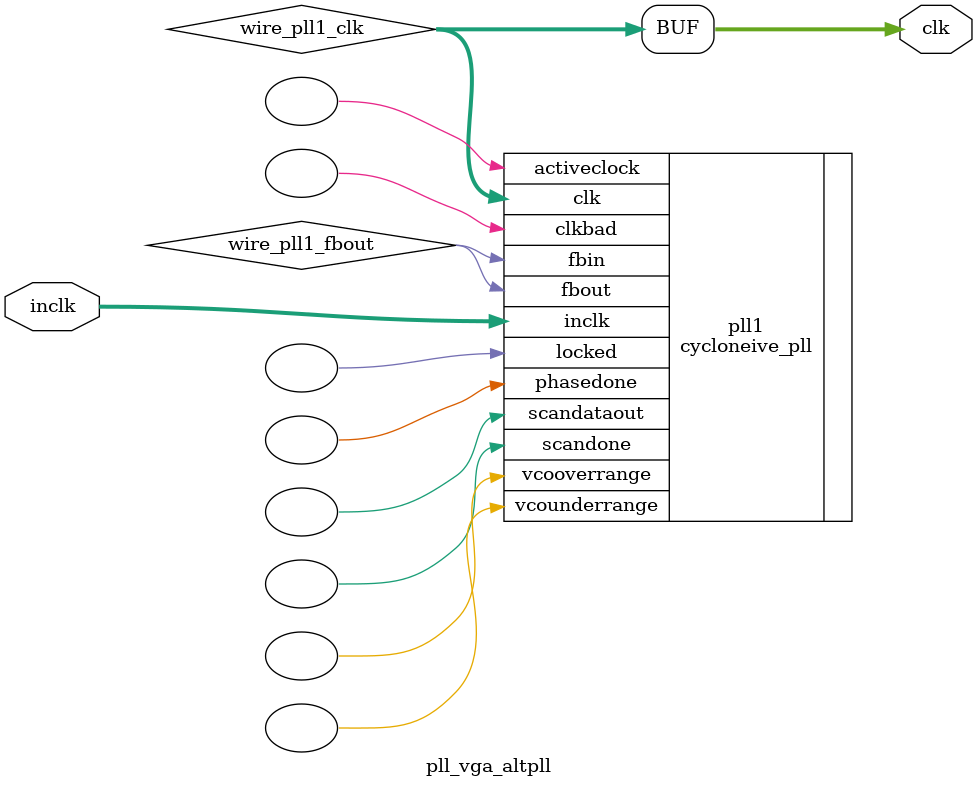
<source format=v>






//synthesis_resources = cycloneive_pll 1 
//synopsys translate_off
`timescale 1 ps / 1 ps
//synopsys translate_on
module  pll_vga_altpll
	( 
	clk,
	inclk) /* synthesis synthesis_clearbox=1 */;
	output   [4:0]  clk;
	input   [1:0]  inclk;
`ifndef ALTERA_RESERVED_QIS
// synopsys translate_off
`endif
	tri0   [1:0]  inclk;
`ifndef ALTERA_RESERVED_QIS
// synopsys translate_on
`endif

	wire  [4:0]   wire_pll1_clk;
	wire  wire_pll1_fbout;

	cycloneive_pll   pll1
	( 
	.activeclock(),
	.clk(wire_pll1_clk),
	.clkbad(),
	.fbin(wire_pll1_fbout),
	.fbout(wire_pll1_fbout),
	.inclk(inclk),
	.locked(),
	.phasedone(),
	.scandataout(),
	.scandone(),
	.vcooverrange(),
	.vcounderrange()
	`ifndef FORMAL_VERIFICATION
	// synopsys translate_off
	`endif
	,
	.areset(1'b0),
	.clkswitch(1'b0),
	.configupdate(1'b0),
	.pfdena(1'b1),
	.phasecounterselect({3{1'b0}}),
	.phasestep(1'b0),
	.phaseupdown(1'b0),
	.scanclk(1'b0),
	.scanclkena(1'b1),
	.scandata(1'b0)
	`ifndef FORMAL_VERIFICATION
	// synopsys translate_on
	`endif
	);
	defparam
		pll1.bandwidth_type = "auto",
		pll1.clk0_divide_by = 125,
		pll1.clk0_duty_cycle = 50,
		pll1.clk0_multiply_by = 63,
		pll1.clk0_phase_shift = "0",
		pll1.compensate_clock = "clk0",
		pll1.inclk0_input_frequency = 20000,
		pll1.operation_mode = "normal",
		pll1.pll_type = "auto",
		pll1.lpm_type = "cycloneive_pll";
	assign
		clk = {wire_pll1_clk[4:0]};
endmodule //pll_vga_altpll
//VALID FILE

</source>
